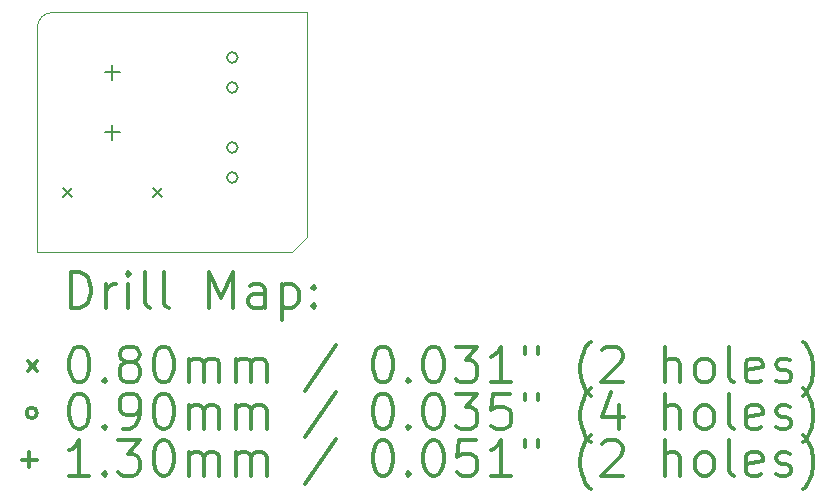
<source format=gbr>
%FSLAX45Y45*%
G04 Gerber Fmt 4.5, Leading zero omitted, Abs format (unit mm)*
G04 Created by KiCad (PCBNEW 5.1.6-c6e7f7d~87~ubuntu20.04.1) date 2020-09-28 13:15:50*
%MOMM*%
%LPD*%
G01*
G04 APERTURE LIST*
%TA.AperFunction,Profile*%
%ADD10C,0.050000*%
%TD*%
%ADD11C,0.200000*%
%ADD12C,0.300000*%
G04 APERTURE END LIST*
D10*
X5969000Y-6858000D02*
X5842000Y-6985000D01*
X3683000Y-5080000D02*
G75*
G02*
X3810000Y-4953000I127000J0D01*
G01*
X5969000Y-4953000D02*
X3810000Y-4953000D01*
X5969000Y-6858000D02*
X5969000Y-4953000D01*
X3683000Y-6985000D02*
X5842000Y-6985000D01*
X3683000Y-5080000D02*
X3683000Y-6985000D01*
D11*
X3897000Y-6437000D02*
X3977000Y-6517000D01*
X3977000Y-6437000D02*
X3897000Y-6517000D01*
X4659000Y-6437000D02*
X4739000Y-6517000D01*
X4739000Y-6437000D02*
X4659000Y-6517000D01*
X5379000Y-6096000D02*
G75*
G03*
X5379000Y-6096000I-45000J0D01*
G01*
X5379000Y-6350000D02*
G75*
G03*
X5379000Y-6350000I-45000J0D01*
G01*
X5379000Y-5334000D02*
G75*
G03*
X5379000Y-5334000I-45000J0D01*
G01*
X5379000Y-5588000D02*
G75*
G03*
X5379000Y-5588000I-45000J0D01*
G01*
X4318000Y-5396000D02*
X4318000Y-5526000D01*
X4253000Y-5461000D02*
X4383000Y-5461000D01*
X4318000Y-5904000D02*
X4318000Y-6034000D01*
X4253000Y-5969000D02*
X4383000Y-5969000D01*
D12*
X3966928Y-7453214D02*
X3966928Y-7153214D01*
X4038357Y-7153214D01*
X4081214Y-7167500D01*
X4109786Y-7196071D01*
X4124071Y-7224643D01*
X4138357Y-7281786D01*
X4138357Y-7324643D01*
X4124071Y-7381786D01*
X4109786Y-7410357D01*
X4081214Y-7438929D01*
X4038357Y-7453214D01*
X3966928Y-7453214D01*
X4266928Y-7453214D02*
X4266928Y-7253214D01*
X4266928Y-7310357D02*
X4281214Y-7281786D01*
X4295500Y-7267500D01*
X4324071Y-7253214D01*
X4352643Y-7253214D01*
X4452643Y-7453214D02*
X4452643Y-7253214D01*
X4452643Y-7153214D02*
X4438357Y-7167500D01*
X4452643Y-7181786D01*
X4466928Y-7167500D01*
X4452643Y-7153214D01*
X4452643Y-7181786D01*
X4638357Y-7453214D02*
X4609786Y-7438929D01*
X4595500Y-7410357D01*
X4595500Y-7153214D01*
X4795500Y-7453214D02*
X4766928Y-7438929D01*
X4752643Y-7410357D01*
X4752643Y-7153214D01*
X5138357Y-7453214D02*
X5138357Y-7153214D01*
X5238357Y-7367500D01*
X5338357Y-7153214D01*
X5338357Y-7453214D01*
X5609786Y-7453214D02*
X5609786Y-7296071D01*
X5595500Y-7267500D01*
X5566928Y-7253214D01*
X5509786Y-7253214D01*
X5481214Y-7267500D01*
X5609786Y-7438929D02*
X5581214Y-7453214D01*
X5509786Y-7453214D01*
X5481214Y-7438929D01*
X5466928Y-7410357D01*
X5466928Y-7381786D01*
X5481214Y-7353214D01*
X5509786Y-7338929D01*
X5581214Y-7338929D01*
X5609786Y-7324643D01*
X5752643Y-7253214D02*
X5752643Y-7553214D01*
X5752643Y-7267500D02*
X5781214Y-7253214D01*
X5838357Y-7253214D01*
X5866928Y-7267500D01*
X5881214Y-7281786D01*
X5895500Y-7310357D01*
X5895500Y-7396071D01*
X5881214Y-7424643D01*
X5866928Y-7438929D01*
X5838357Y-7453214D01*
X5781214Y-7453214D01*
X5752643Y-7438929D01*
X6024071Y-7424643D02*
X6038357Y-7438929D01*
X6024071Y-7453214D01*
X6009786Y-7438929D01*
X6024071Y-7424643D01*
X6024071Y-7453214D01*
X6024071Y-7267500D02*
X6038357Y-7281786D01*
X6024071Y-7296071D01*
X6009786Y-7281786D01*
X6024071Y-7267500D01*
X6024071Y-7296071D01*
X3600500Y-7907500D02*
X3680500Y-7987500D01*
X3680500Y-7907500D02*
X3600500Y-7987500D01*
X4024071Y-7783214D02*
X4052643Y-7783214D01*
X4081214Y-7797500D01*
X4095500Y-7811786D01*
X4109786Y-7840357D01*
X4124071Y-7897500D01*
X4124071Y-7968929D01*
X4109786Y-8026071D01*
X4095500Y-8054643D01*
X4081214Y-8068929D01*
X4052643Y-8083214D01*
X4024071Y-8083214D01*
X3995500Y-8068929D01*
X3981214Y-8054643D01*
X3966928Y-8026071D01*
X3952643Y-7968929D01*
X3952643Y-7897500D01*
X3966928Y-7840357D01*
X3981214Y-7811786D01*
X3995500Y-7797500D01*
X4024071Y-7783214D01*
X4252643Y-8054643D02*
X4266928Y-8068929D01*
X4252643Y-8083214D01*
X4238357Y-8068929D01*
X4252643Y-8054643D01*
X4252643Y-8083214D01*
X4438357Y-7911786D02*
X4409786Y-7897500D01*
X4395500Y-7883214D01*
X4381214Y-7854643D01*
X4381214Y-7840357D01*
X4395500Y-7811786D01*
X4409786Y-7797500D01*
X4438357Y-7783214D01*
X4495500Y-7783214D01*
X4524071Y-7797500D01*
X4538357Y-7811786D01*
X4552643Y-7840357D01*
X4552643Y-7854643D01*
X4538357Y-7883214D01*
X4524071Y-7897500D01*
X4495500Y-7911786D01*
X4438357Y-7911786D01*
X4409786Y-7926071D01*
X4395500Y-7940357D01*
X4381214Y-7968929D01*
X4381214Y-8026071D01*
X4395500Y-8054643D01*
X4409786Y-8068929D01*
X4438357Y-8083214D01*
X4495500Y-8083214D01*
X4524071Y-8068929D01*
X4538357Y-8054643D01*
X4552643Y-8026071D01*
X4552643Y-7968929D01*
X4538357Y-7940357D01*
X4524071Y-7926071D01*
X4495500Y-7911786D01*
X4738357Y-7783214D02*
X4766928Y-7783214D01*
X4795500Y-7797500D01*
X4809786Y-7811786D01*
X4824071Y-7840357D01*
X4838357Y-7897500D01*
X4838357Y-7968929D01*
X4824071Y-8026071D01*
X4809786Y-8054643D01*
X4795500Y-8068929D01*
X4766928Y-8083214D01*
X4738357Y-8083214D01*
X4709786Y-8068929D01*
X4695500Y-8054643D01*
X4681214Y-8026071D01*
X4666928Y-7968929D01*
X4666928Y-7897500D01*
X4681214Y-7840357D01*
X4695500Y-7811786D01*
X4709786Y-7797500D01*
X4738357Y-7783214D01*
X4966928Y-8083214D02*
X4966928Y-7883214D01*
X4966928Y-7911786D02*
X4981214Y-7897500D01*
X5009786Y-7883214D01*
X5052643Y-7883214D01*
X5081214Y-7897500D01*
X5095500Y-7926071D01*
X5095500Y-8083214D01*
X5095500Y-7926071D02*
X5109786Y-7897500D01*
X5138357Y-7883214D01*
X5181214Y-7883214D01*
X5209786Y-7897500D01*
X5224071Y-7926071D01*
X5224071Y-8083214D01*
X5366928Y-8083214D02*
X5366928Y-7883214D01*
X5366928Y-7911786D02*
X5381214Y-7897500D01*
X5409786Y-7883214D01*
X5452643Y-7883214D01*
X5481214Y-7897500D01*
X5495500Y-7926071D01*
X5495500Y-8083214D01*
X5495500Y-7926071D02*
X5509786Y-7897500D01*
X5538357Y-7883214D01*
X5581214Y-7883214D01*
X5609786Y-7897500D01*
X5624071Y-7926071D01*
X5624071Y-8083214D01*
X6209786Y-7768929D02*
X5952643Y-8154643D01*
X6595500Y-7783214D02*
X6624071Y-7783214D01*
X6652643Y-7797500D01*
X6666928Y-7811786D01*
X6681214Y-7840357D01*
X6695500Y-7897500D01*
X6695500Y-7968929D01*
X6681214Y-8026071D01*
X6666928Y-8054643D01*
X6652643Y-8068929D01*
X6624071Y-8083214D01*
X6595500Y-8083214D01*
X6566928Y-8068929D01*
X6552643Y-8054643D01*
X6538357Y-8026071D01*
X6524071Y-7968929D01*
X6524071Y-7897500D01*
X6538357Y-7840357D01*
X6552643Y-7811786D01*
X6566928Y-7797500D01*
X6595500Y-7783214D01*
X6824071Y-8054643D02*
X6838357Y-8068929D01*
X6824071Y-8083214D01*
X6809786Y-8068929D01*
X6824071Y-8054643D01*
X6824071Y-8083214D01*
X7024071Y-7783214D02*
X7052643Y-7783214D01*
X7081214Y-7797500D01*
X7095500Y-7811786D01*
X7109786Y-7840357D01*
X7124071Y-7897500D01*
X7124071Y-7968929D01*
X7109786Y-8026071D01*
X7095500Y-8054643D01*
X7081214Y-8068929D01*
X7052643Y-8083214D01*
X7024071Y-8083214D01*
X6995500Y-8068929D01*
X6981214Y-8054643D01*
X6966928Y-8026071D01*
X6952643Y-7968929D01*
X6952643Y-7897500D01*
X6966928Y-7840357D01*
X6981214Y-7811786D01*
X6995500Y-7797500D01*
X7024071Y-7783214D01*
X7224071Y-7783214D02*
X7409786Y-7783214D01*
X7309786Y-7897500D01*
X7352643Y-7897500D01*
X7381214Y-7911786D01*
X7395500Y-7926071D01*
X7409786Y-7954643D01*
X7409786Y-8026071D01*
X7395500Y-8054643D01*
X7381214Y-8068929D01*
X7352643Y-8083214D01*
X7266928Y-8083214D01*
X7238357Y-8068929D01*
X7224071Y-8054643D01*
X7695500Y-8083214D02*
X7524071Y-8083214D01*
X7609786Y-8083214D02*
X7609786Y-7783214D01*
X7581214Y-7826071D01*
X7552643Y-7854643D01*
X7524071Y-7868929D01*
X7809786Y-7783214D02*
X7809786Y-7840357D01*
X7924071Y-7783214D02*
X7924071Y-7840357D01*
X8366928Y-8197500D02*
X8352643Y-8183214D01*
X8324071Y-8140357D01*
X8309786Y-8111786D01*
X8295500Y-8068929D01*
X8281214Y-7997500D01*
X8281214Y-7940357D01*
X8295500Y-7868929D01*
X8309786Y-7826071D01*
X8324071Y-7797500D01*
X8352643Y-7754643D01*
X8366928Y-7740357D01*
X8466928Y-7811786D02*
X8481214Y-7797500D01*
X8509786Y-7783214D01*
X8581214Y-7783214D01*
X8609786Y-7797500D01*
X8624071Y-7811786D01*
X8638357Y-7840357D01*
X8638357Y-7868929D01*
X8624071Y-7911786D01*
X8452643Y-8083214D01*
X8638357Y-8083214D01*
X8995500Y-8083214D02*
X8995500Y-7783214D01*
X9124071Y-8083214D02*
X9124071Y-7926071D01*
X9109786Y-7897500D01*
X9081214Y-7883214D01*
X9038357Y-7883214D01*
X9009786Y-7897500D01*
X8995500Y-7911786D01*
X9309786Y-8083214D02*
X9281214Y-8068929D01*
X9266928Y-8054643D01*
X9252643Y-8026071D01*
X9252643Y-7940357D01*
X9266928Y-7911786D01*
X9281214Y-7897500D01*
X9309786Y-7883214D01*
X9352643Y-7883214D01*
X9381214Y-7897500D01*
X9395500Y-7911786D01*
X9409786Y-7940357D01*
X9409786Y-8026071D01*
X9395500Y-8054643D01*
X9381214Y-8068929D01*
X9352643Y-8083214D01*
X9309786Y-8083214D01*
X9581214Y-8083214D02*
X9552643Y-8068929D01*
X9538357Y-8040357D01*
X9538357Y-7783214D01*
X9809786Y-8068929D02*
X9781214Y-8083214D01*
X9724071Y-8083214D01*
X9695500Y-8068929D01*
X9681214Y-8040357D01*
X9681214Y-7926071D01*
X9695500Y-7897500D01*
X9724071Y-7883214D01*
X9781214Y-7883214D01*
X9809786Y-7897500D01*
X9824071Y-7926071D01*
X9824071Y-7954643D01*
X9681214Y-7983214D01*
X9938357Y-8068929D02*
X9966928Y-8083214D01*
X10024071Y-8083214D01*
X10052643Y-8068929D01*
X10066928Y-8040357D01*
X10066928Y-8026071D01*
X10052643Y-7997500D01*
X10024071Y-7983214D01*
X9981214Y-7983214D01*
X9952643Y-7968929D01*
X9938357Y-7940357D01*
X9938357Y-7926071D01*
X9952643Y-7897500D01*
X9981214Y-7883214D01*
X10024071Y-7883214D01*
X10052643Y-7897500D01*
X10166928Y-8197500D02*
X10181214Y-8183214D01*
X10209786Y-8140357D01*
X10224071Y-8111786D01*
X10238357Y-8068929D01*
X10252643Y-7997500D01*
X10252643Y-7940357D01*
X10238357Y-7868929D01*
X10224071Y-7826071D01*
X10209786Y-7797500D01*
X10181214Y-7754643D01*
X10166928Y-7740357D01*
X3680500Y-8343500D02*
G75*
G03*
X3680500Y-8343500I-45000J0D01*
G01*
X4024071Y-8179214D02*
X4052643Y-8179214D01*
X4081214Y-8193500D01*
X4095500Y-8207786D01*
X4109786Y-8236357D01*
X4124071Y-8293500D01*
X4124071Y-8364929D01*
X4109786Y-8422072D01*
X4095500Y-8450643D01*
X4081214Y-8464929D01*
X4052643Y-8479214D01*
X4024071Y-8479214D01*
X3995500Y-8464929D01*
X3981214Y-8450643D01*
X3966928Y-8422072D01*
X3952643Y-8364929D01*
X3952643Y-8293500D01*
X3966928Y-8236357D01*
X3981214Y-8207786D01*
X3995500Y-8193500D01*
X4024071Y-8179214D01*
X4252643Y-8450643D02*
X4266928Y-8464929D01*
X4252643Y-8479214D01*
X4238357Y-8464929D01*
X4252643Y-8450643D01*
X4252643Y-8479214D01*
X4409786Y-8479214D02*
X4466928Y-8479214D01*
X4495500Y-8464929D01*
X4509786Y-8450643D01*
X4538357Y-8407786D01*
X4552643Y-8350643D01*
X4552643Y-8236357D01*
X4538357Y-8207786D01*
X4524071Y-8193500D01*
X4495500Y-8179214D01*
X4438357Y-8179214D01*
X4409786Y-8193500D01*
X4395500Y-8207786D01*
X4381214Y-8236357D01*
X4381214Y-8307786D01*
X4395500Y-8336357D01*
X4409786Y-8350643D01*
X4438357Y-8364929D01*
X4495500Y-8364929D01*
X4524071Y-8350643D01*
X4538357Y-8336357D01*
X4552643Y-8307786D01*
X4738357Y-8179214D02*
X4766928Y-8179214D01*
X4795500Y-8193500D01*
X4809786Y-8207786D01*
X4824071Y-8236357D01*
X4838357Y-8293500D01*
X4838357Y-8364929D01*
X4824071Y-8422072D01*
X4809786Y-8450643D01*
X4795500Y-8464929D01*
X4766928Y-8479214D01*
X4738357Y-8479214D01*
X4709786Y-8464929D01*
X4695500Y-8450643D01*
X4681214Y-8422072D01*
X4666928Y-8364929D01*
X4666928Y-8293500D01*
X4681214Y-8236357D01*
X4695500Y-8207786D01*
X4709786Y-8193500D01*
X4738357Y-8179214D01*
X4966928Y-8479214D02*
X4966928Y-8279214D01*
X4966928Y-8307786D02*
X4981214Y-8293500D01*
X5009786Y-8279214D01*
X5052643Y-8279214D01*
X5081214Y-8293500D01*
X5095500Y-8322071D01*
X5095500Y-8479214D01*
X5095500Y-8322071D02*
X5109786Y-8293500D01*
X5138357Y-8279214D01*
X5181214Y-8279214D01*
X5209786Y-8293500D01*
X5224071Y-8322071D01*
X5224071Y-8479214D01*
X5366928Y-8479214D02*
X5366928Y-8279214D01*
X5366928Y-8307786D02*
X5381214Y-8293500D01*
X5409786Y-8279214D01*
X5452643Y-8279214D01*
X5481214Y-8293500D01*
X5495500Y-8322071D01*
X5495500Y-8479214D01*
X5495500Y-8322071D02*
X5509786Y-8293500D01*
X5538357Y-8279214D01*
X5581214Y-8279214D01*
X5609786Y-8293500D01*
X5624071Y-8322071D01*
X5624071Y-8479214D01*
X6209786Y-8164929D02*
X5952643Y-8550643D01*
X6595500Y-8179214D02*
X6624071Y-8179214D01*
X6652643Y-8193500D01*
X6666928Y-8207786D01*
X6681214Y-8236357D01*
X6695500Y-8293500D01*
X6695500Y-8364929D01*
X6681214Y-8422072D01*
X6666928Y-8450643D01*
X6652643Y-8464929D01*
X6624071Y-8479214D01*
X6595500Y-8479214D01*
X6566928Y-8464929D01*
X6552643Y-8450643D01*
X6538357Y-8422072D01*
X6524071Y-8364929D01*
X6524071Y-8293500D01*
X6538357Y-8236357D01*
X6552643Y-8207786D01*
X6566928Y-8193500D01*
X6595500Y-8179214D01*
X6824071Y-8450643D02*
X6838357Y-8464929D01*
X6824071Y-8479214D01*
X6809786Y-8464929D01*
X6824071Y-8450643D01*
X6824071Y-8479214D01*
X7024071Y-8179214D02*
X7052643Y-8179214D01*
X7081214Y-8193500D01*
X7095500Y-8207786D01*
X7109786Y-8236357D01*
X7124071Y-8293500D01*
X7124071Y-8364929D01*
X7109786Y-8422072D01*
X7095500Y-8450643D01*
X7081214Y-8464929D01*
X7052643Y-8479214D01*
X7024071Y-8479214D01*
X6995500Y-8464929D01*
X6981214Y-8450643D01*
X6966928Y-8422072D01*
X6952643Y-8364929D01*
X6952643Y-8293500D01*
X6966928Y-8236357D01*
X6981214Y-8207786D01*
X6995500Y-8193500D01*
X7024071Y-8179214D01*
X7224071Y-8179214D02*
X7409786Y-8179214D01*
X7309786Y-8293500D01*
X7352643Y-8293500D01*
X7381214Y-8307786D01*
X7395500Y-8322071D01*
X7409786Y-8350643D01*
X7409786Y-8422072D01*
X7395500Y-8450643D01*
X7381214Y-8464929D01*
X7352643Y-8479214D01*
X7266928Y-8479214D01*
X7238357Y-8464929D01*
X7224071Y-8450643D01*
X7681214Y-8179214D02*
X7538357Y-8179214D01*
X7524071Y-8322071D01*
X7538357Y-8307786D01*
X7566928Y-8293500D01*
X7638357Y-8293500D01*
X7666928Y-8307786D01*
X7681214Y-8322071D01*
X7695500Y-8350643D01*
X7695500Y-8422072D01*
X7681214Y-8450643D01*
X7666928Y-8464929D01*
X7638357Y-8479214D01*
X7566928Y-8479214D01*
X7538357Y-8464929D01*
X7524071Y-8450643D01*
X7809786Y-8179214D02*
X7809786Y-8236357D01*
X7924071Y-8179214D02*
X7924071Y-8236357D01*
X8366928Y-8593500D02*
X8352643Y-8579214D01*
X8324071Y-8536357D01*
X8309786Y-8507786D01*
X8295500Y-8464929D01*
X8281214Y-8393500D01*
X8281214Y-8336357D01*
X8295500Y-8264929D01*
X8309786Y-8222071D01*
X8324071Y-8193500D01*
X8352643Y-8150643D01*
X8366928Y-8136357D01*
X8609786Y-8279214D02*
X8609786Y-8479214D01*
X8538357Y-8164929D02*
X8466928Y-8379214D01*
X8652643Y-8379214D01*
X8995500Y-8479214D02*
X8995500Y-8179214D01*
X9124071Y-8479214D02*
X9124071Y-8322071D01*
X9109786Y-8293500D01*
X9081214Y-8279214D01*
X9038357Y-8279214D01*
X9009786Y-8293500D01*
X8995500Y-8307786D01*
X9309786Y-8479214D02*
X9281214Y-8464929D01*
X9266928Y-8450643D01*
X9252643Y-8422072D01*
X9252643Y-8336357D01*
X9266928Y-8307786D01*
X9281214Y-8293500D01*
X9309786Y-8279214D01*
X9352643Y-8279214D01*
X9381214Y-8293500D01*
X9395500Y-8307786D01*
X9409786Y-8336357D01*
X9409786Y-8422072D01*
X9395500Y-8450643D01*
X9381214Y-8464929D01*
X9352643Y-8479214D01*
X9309786Y-8479214D01*
X9581214Y-8479214D02*
X9552643Y-8464929D01*
X9538357Y-8436357D01*
X9538357Y-8179214D01*
X9809786Y-8464929D02*
X9781214Y-8479214D01*
X9724071Y-8479214D01*
X9695500Y-8464929D01*
X9681214Y-8436357D01*
X9681214Y-8322071D01*
X9695500Y-8293500D01*
X9724071Y-8279214D01*
X9781214Y-8279214D01*
X9809786Y-8293500D01*
X9824071Y-8322071D01*
X9824071Y-8350643D01*
X9681214Y-8379214D01*
X9938357Y-8464929D02*
X9966928Y-8479214D01*
X10024071Y-8479214D01*
X10052643Y-8464929D01*
X10066928Y-8436357D01*
X10066928Y-8422072D01*
X10052643Y-8393500D01*
X10024071Y-8379214D01*
X9981214Y-8379214D01*
X9952643Y-8364929D01*
X9938357Y-8336357D01*
X9938357Y-8322071D01*
X9952643Y-8293500D01*
X9981214Y-8279214D01*
X10024071Y-8279214D01*
X10052643Y-8293500D01*
X10166928Y-8593500D02*
X10181214Y-8579214D01*
X10209786Y-8536357D01*
X10224071Y-8507786D01*
X10238357Y-8464929D01*
X10252643Y-8393500D01*
X10252643Y-8336357D01*
X10238357Y-8264929D01*
X10224071Y-8222071D01*
X10209786Y-8193500D01*
X10181214Y-8150643D01*
X10166928Y-8136357D01*
X3615500Y-8674500D02*
X3615500Y-8804500D01*
X3550500Y-8739500D02*
X3680500Y-8739500D01*
X4124071Y-8875214D02*
X3952643Y-8875214D01*
X4038357Y-8875214D02*
X4038357Y-8575214D01*
X4009786Y-8618072D01*
X3981214Y-8646643D01*
X3952643Y-8660929D01*
X4252643Y-8846643D02*
X4266928Y-8860929D01*
X4252643Y-8875214D01*
X4238357Y-8860929D01*
X4252643Y-8846643D01*
X4252643Y-8875214D01*
X4366928Y-8575214D02*
X4552643Y-8575214D01*
X4452643Y-8689500D01*
X4495500Y-8689500D01*
X4524071Y-8703786D01*
X4538357Y-8718072D01*
X4552643Y-8746643D01*
X4552643Y-8818072D01*
X4538357Y-8846643D01*
X4524071Y-8860929D01*
X4495500Y-8875214D01*
X4409786Y-8875214D01*
X4381214Y-8860929D01*
X4366928Y-8846643D01*
X4738357Y-8575214D02*
X4766928Y-8575214D01*
X4795500Y-8589500D01*
X4809786Y-8603786D01*
X4824071Y-8632357D01*
X4838357Y-8689500D01*
X4838357Y-8760929D01*
X4824071Y-8818072D01*
X4809786Y-8846643D01*
X4795500Y-8860929D01*
X4766928Y-8875214D01*
X4738357Y-8875214D01*
X4709786Y-8860929D01*
X4695500Y-8846643D01*
X4681214Y-8818072D01*
X4666928Y-8760929D01*
X4666928Y-8689500D01*
X4681214Y-8632357D01*
X4695500Y-8603786D01*
X4709786Y-8589500D01*
X4738357Y-8575214D01*
X4966928Y-8875214D02*
X4966928Y-8675214D01*
X4966928Y-8703786D02*
X4981214Y-8689500D01*
X5009786Y-8675214D01*
X5052643Y-8675214D01*
X5081214Y-8689500D01*
X5095500Y-8718072D01*
X5095500Y-8875214D01*
X5095500Y-8718072D02*
X5109786Y-8689500D01*
X5138357Y-8675214D01*
X5181214Y-8675214D01*
X5209786Y-8689500D01*
X5224071Y-8718072D01*
X5224071Y-8875214D01*
X5366928Y-8875214D02*
X5366928Y-8675214D01*
X5366928Y-8703786D02*
X5381214Y-8689500D01*
X5409786Y-8675214D01*
X5452643Y-8675214D01*
X5481214Y-8689500D01*
X5495500Y-8718072D01*
X5495500Y-8875214D01*
X5495500Y-8718072D02*
X5509786Y-8689500D01*
X5538357Y-8675214D01*
X5581214Y-8675214D01*
X5609786Y-8689500D01*
X5624071Y-8718072D01*
X5624071Y-8875214D01*
X6209786Y-8560929D02*
X5952643Y-8946643D01*
X6595500Y-8575214D02*
X6624071Y-8575214D01*
X6652643Y-8589500D01*
X6666928Y-8603786D01*
X6681214Y-8632357D01*
X6695500Y-8689500D01*
X6695500Y-8760929D01*
X6681214Y-8818072D01*
X6666928Y-8846643D01*
X6652643Y-8860929D01*
X6624071Y-8875214D01*
X6595500Y-8875214D01*
X6566928Y-8860929D01*
X6552643Y-8846643D01*
X6538357Y-8818072D01*
X6524071Y-8760929D01*
X6524071Y-8689500D01*
X6538357Y-8632357D01*
X6552643Y-8603786D01*
X6566928Y-8589500D01*
X6595500Y-8575214D01*
X6824071Y-8846643D02*
X6838357Y-8860929D01*
X6824071Y-8875214D01*
X6809786Y-8860929D01*
X6824071Y-8846643D01*
X6824071Y-8875214D01*
X7024071Y-8575214D02*
X7052643Y-8575214D01*
X7081214Y-8589500D01*
X7095500Y-8603786D01*
X7109786Y-8632357D01*
X7124071Y-8689500D01*
X7124071Y-8760929D01*
X7109786Y-8818072D01*
X7095500Y-8846643D01*
X7081214Y-8860929D01*
X7052643Y-8875214D01*
X7024071Y-8875214D01*
X6995500Y-8860929D01*
X6981214Y-8846643D01*
X6966928Y-8818072D01*
X6952643Y-8760929D01*
X6952643Y-8689500D01*
X6966928Y-8632357D01*
X6981214Y-8603786D01*
X6995500Y-8589500D01*
X7024071Y-8575214D01*
X7395500Y-8575214D02*
X7252643Y-8575214D01*
X7238357Y-8718072D01*
X7252643Y-8703786D01*
X7281214Y-8689500D01*
X7352643Y-8689500D01*
X7381214Y-8703786D01*
X7395500Y-8718072D01*
X7409786Y-8746643D01*
X7409786Y-8818072D01*
X7395500Y-8846643D01*
X7381214Y-8860929D01*
X7352643Y-8875214D01*
X7281214Y-8875214D01*
X7252643Y-8860929D01*
X7238357Y-8846643D01*
X7695500Y-8875214D02*
X7524071Y-8875214D01*
X7609786Y-8875214D02*
X7609786Y-8575214D01*
X7581214Y-8618072D01*
X7552643Y-8646643D01*
X7524071Y-8660929D01*
X7809786Y-8575214D02*
X7809786Y-8632357D01*
X7924071Y-8575214D02*
X7924071Y-8632357D01*
X8366928Y-8989500D02*
X8352643Y-8975214D01*
X8324071Y-8932357D01*
X8309786Y-8903786D01*
X8295500Y-8860929D01*
X8281214Y-8789500D01*
X8281214Y-8732357D01*
X8295500Y-8660929D01*
X8309786Y-8618072D01*
X8324071Y-8589500D01*
X8352643Y-8546643D01*
X8366928Y-8532357D01*
X8466928Y-8603786D02*
X8481214Y-8589500D01*
X8509786Y-8575214D01*
X8581214Y-8575214D01*
X8609786Y-8589500D01*
X8624071Y-8603786D01*
X8638357Y-8632357D01*
X8638357Y-8660929D01*
X8624071Y-8703786D01*
X8452643Y-8875214D01*
X8638357Y-8875214D01*
X8995500Y-8875214D02*
X8995500Y-8575214D01*
X9124071Y-8875214D02*
X9124071Y-8718072D01*
X9109786Y-8689500D01*
X9081214Y-8675214D01*
X9038357Y-8675214D01*
X9009786Y-8689500D01*
X8995500Y-8703786D01*
X9309786Y-8875214D02*
X9281214Y-8860929D01*
X9266928Y-8846643D01*
X9252643Y-8818072D01*
X9252643Y-8732357D01*
X9266928Y-8703786D01*
X9281214Y-8689500D01*
X9309786Y-8675214D01*
X9352643Y-8675214D01*
X9381214Y-8689500D01*
X9395500Y-8703786D01*
X9409786Y-8732357D01*
X9409786Y-8818072D01*
X9395500Y-8846643D01*
X9381214Y-8860929D01*
X9352643Y-8875214D01*
X9309786Y-8875214D01*
X9581214Y-8875214D02*
X9552643Y-8860929D01*
X9538357Y-8832357D01*
X9538357Y-8575214D01*
X9809786Y-8860929D02*
X9781214Y-8875214D01*
X9724071Y-8875214D01*
X9695500Y-8860929D01*
X9681214Y-8832357D01*
X9681214Y-8718072D01*
X9695500Y-8689500D01*
X9724071Y-8675214D01*
X9781214Y-8675214D01*
X9809786Y-8689500D01*
X9824071Y-8718072D01*
X9824071Y-8746643D01*
X9681214Y-8775214D01*
X9938357Y-8860929D02*
X9966928Y-8875214D01*
X10024071Y-8875214D01*
X10052643Y-8860929D01*
X10066928Y-8832357D01*
X10066928Y-8818072D01*
X10052643Y-8789500D01*
X10024071Y-8775214D01*
X9981214Y-8775214D01*
X9952643Y-8760929D01*
X9938357Y-8732357D01*
X9938357Y-8718072D01*
X9952643Y-8689500D01*
X9981214Y-8675214D01*
X10024071Y-8675214D01*
X10052643Y-8689500D01*
X10166928Y-8989500D02*
X10181214Y-8975214D01*
X10209786Y-8932357D01*
X10224071Y-8903786D01*
X10238357Y-8860929D01*
X10252643Y-8789500D01*
X10252643Y-8732357D01*
X10238357Y-8660929D01*
X10224071Y-8618072D01*
X10209786Y-8589500D01*
X10181214Y-8546643D01*
X10166928Y-8532357D01*
M02*

</source>
